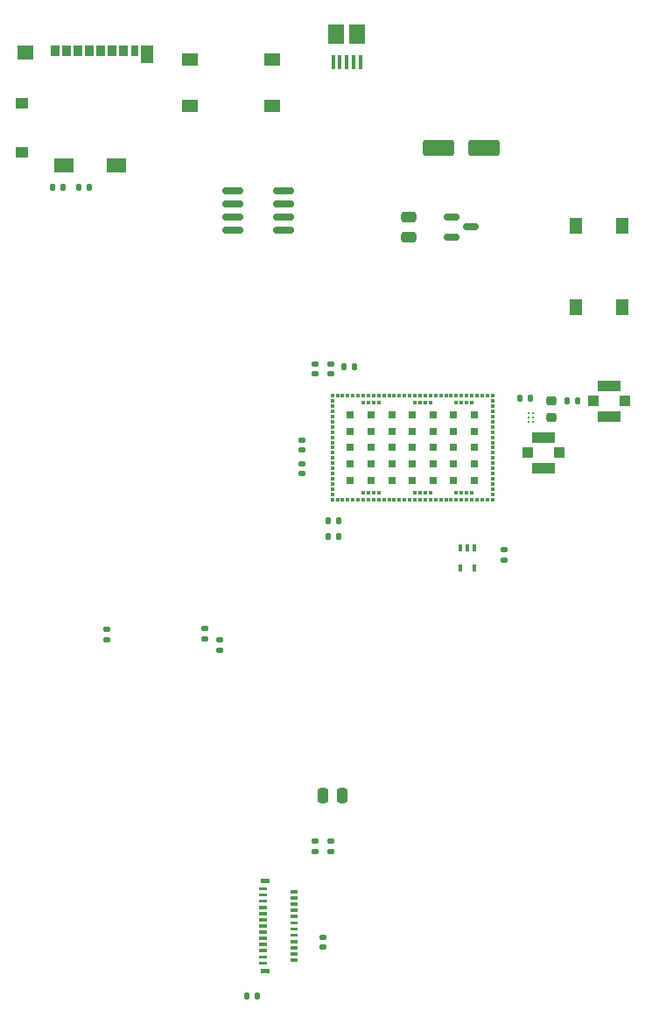
<source format=gbr>
G04 #@! TF.GenerationSoftware,KiCad,Pcbnew,(6.0.0)*
G04 #@! TF.CreationDate,2022-11-06T22:14:04+11:00*
G04 #@! TF.ProjectId,nRF_dev,6e52465f-6465-4762-9e6b-696361645f70,0.0.1*
G04 #@! TF.SameCoordinates,Original*
G04 #@! TF.FileFunction,Paste,Top*
G04 #@! TF.FilePolarity,Positive*
%FSLAX46Y46*%
G04 Gerber Fmt 4.6, Leading zero omitted, Abs format (unit mm)*
G04 Created by KiCad (PCBNEW (6.0.0)) date 2022-11-06 22:14:04*
%MOMM*%
%LPD*%
G01*
G04 APERTURE LIST*
G04 Aperture macros list*
%AMRoundRect*
0 Rectangle with rounded corners*
0 $1 Rounding radius*
0 $2 $3 $4 $5 $6 $7 $8 $9 X,Y pos of 4 corners*
0 Add a 4 corners polygon primitive as box body*
4,1,4,$2,$3,$4,$5,$6,$7,$8,$9,$2,$3,0*
0 Add four circle primitives for the rounded corners*
1,1,$1+$1,$2,$3*
1,1,$1+$1,$4,$5*
1,1,$1+$1,$6,$7*
1,1,$1+$1,$8,$9*
0 Add four rect primitives between the rounded corners*
20,1,$1+$1,$2,$3,$4,$5,0*
20,1,$1+$1,$4,$5,$6,$7,0*
20,1,$1+$1,$6,$7,$8,$9,0*
20,1,$1+$1,$8,$9,$2,$3,0*%
G04 Aperture macros list end*
%ADD10C,0.010000*%
%ADD11RoundRect,0.135000X0.185000X-0.135000X0.185000X0.135000X-0.185000X0.135000X-0.185000X-0.135000X0*%
%ADD12R,0.250000X0.250000*%
%ADD13RoundRect,0.150000X-0.587500X-0.150000X0.587500X-0.150000X0.587500X0.150000X-0.587500X0.150000X0*%
%ADD14R,1.300000X1.550000*%
%ADD15RoundRect,0.150000X-0.825000X-0.150000X0.825000X-0.150000X0.825000X0.150000X-0.825000X0.150000X0*%
%ADD16RoundRect,0.140000X0.140000X0.170000X-0.140000X0.170000X-0.140000X-0.170000X0.140000X-0.170000X0*%
%ADD17R,1.550000X1.300000*%
%ADD18R,0.300000X0.300000*%
%ADD19R,0.800000X0.800000*%
%ADD20RoundRect,0.140000X0.170000X-0.140000X0.170000X0.140000X-0.170000X0.140000X-0.170000X-0.140000X0*%
%ADD21RoundRect,0.218750X-0.256250X0.218750X-0.256250X-0.218750X0.256250X-0.218750X0.256250X0.218750X0*%
%ADD22RoundRect,0.135000X-0.185000X0.135000X-0.185000X-0.135000X0.185000X-0.135000X0.185000X0.135000X0*%
%ADD23RoundRect,0.140000X-0.140000X-0.170000X0.140000X-0.170000X0.140000X0.170000X-0.140000X0.170000X0*%
%ADD24RoundRect,0.250000X1.250000X0.550000X-1.250000X0.550000X-1.250000X-0.550000X1.250000X-0.550000X0*%
%ADD25R,0.400000X1.350000*%
%ADD26R,1.500000X1.900000*%
%ADD27R,0.400000X0.650000*%
%ADD28RoundRect,0.135000X0.135000X0.185000X-0.135000X0.185000X-0.135000X-0.185000X0.135000X-0.185000X0*%
%ADD29RoundRect,0.140000X-0.170000X0.140000X-0.170000X-0.140000X0.170000X-0.140000X0.170000X0.140000X0*%
%ADD30R,0.850000X1.100000*%
%ADD31R,0.750000X1.100000*%
%ADD32R,1.900000X1.350000*%
%ADD33R,1.170000X1.800000*%
%ADD34R,1.550000X1.350000*%
%ADD35R,1.200000X1.000000*%
%ADD36R,1.000000X1.000000*%
%ADD37R,2.200000X1.050000*%
%ADD38RoundRect,0.250000X-0.250000X-0.475000X0.250000X-0.475000X0.250000X0.475000X-0.250000X0.475000X0*%
%ADD39RoundRect,0.250000X0.475000X-0.250000X0.475000X0.250000X-0.475000X0.250000X-0.475000X-0.250000X0*%
G04 APERTURE END LIST*
D10*
X82497000Y-159119000D02*
X82497000Y-159349000D01*
X82497000Y-159349000D02*
X81947000Y-159349000D01*
X81947000Y-159349000D02*
X81947000Y-159119000D01*
X81947000Y-159119000D02*
X82497000Y-159119000D01*
G36*
X82497000Y-159349000D02*
G01*
X81947000Y-159349000D01*
X81947000Y-159119000D01*
X82497000Y-159119000D01*
X82497000Y-159349000D01*
G37*
X82497000Y-159349000D02*
X81947000Y-159349000D01*
X81947000Y-159119000D01*
X82497000Y-159119000D01*
X82497000Y-159349000D01*
X82497000Y-157919000D02*
X82497000Y-158149000D01*
X82497000Y-158149000D02*
X81947000Y-158149000D01*
X81947000Y-158149000D02*
X81947000Y-157919000D01*
X81947000Y-157919000D02*
X82497000Y-157919000D01*
G36*
X82497000Y-158149000D02*
G01*
X81947000Y-158149000D01*
X81947000Y-157919000D01*
X82497000Y-157919000D01*
X82497000Y-158149000D01*
G37*
X82497000Y-158149000D02*
X81947000Y-158149000D01*
X81947000Y-157919000D01*
X82497000Y-157919000D01*
X82497000Y-158149000D01*
X82497000Y-154319000D02*
X82497000Y-154549000D01*
X82497000Y-154549000D02*
X81947000Y-154549000D01*
X81947000Y-154549000D02*
X81947000Y-154319000D01*
X81947000Y-154319000D02*
X82497000Y-154319000D01*
G36*
X82497000Y-154549000D02*
G01*
X81947000Y-154549000D01*
X81947000Y-154319000D01*
X82497000Y-154319000D01*
X82497000Y-154549000D01*
G37*
X82497000Y-154549000D02*
X81947000Y-154549000D01*
X81947000Y-154319000D01*
X82497000Y-154319000D01*
X82497000Y-154549000D01*
X82497000Y-158519000D02*
X82497000Y-158749000D01*
X82497000Y-158749000D02*
X81947000Y-158749000D01*
X81947000Y-158749000D02*
X81947000Y-158519000D01*
X81947000Y-158519000D02*
X82497000Y-158519000D01*
G36*
X82497000Y-158749000D02*
G01*
X81947000Y-158749000D01*
X81947000Y-158519000D01*
X82497000Y-158519000D01*
X82497000Y-158749000D01*
G37*
X82497000Y-158749000D02*
X81947000Y-158749000D01*
X81947000Y-158519000D01*
X82497000Y-158519000D01*
X82497000Y-158749000D01*
X79547000Y-154619000D02*
X79547000Y-154849000D01*
X79547000Y-154849000D02*
X78897000Y-154849000D01*
X78897000Y-154849000D02*
X78897000Y-154619000D01*
X78897000Y-154619000D02*
X79547000Y-154619000D01*
G36*
X79547000Y-154849000D02*
G01*
X78897000Y-154849000D01*
X78897000Y-154619000D01*
X79547000Y-154619000D01*
X79547000Y-154849000D01*
G37*
X79547000Y-154849000D02*
X78897000Y-154849000D01*
X78897000Y-154619000D01*
X79547000Y-154619000D01*
X79547000Y-154849000D01*
X79547000Y-156419000D02*
X79547000Y-156649000D01*
X79547000Y-156649000D02*
X78897000Y-156649000D01*
X78897000Y-156649000D02*
X78897000Y-156419000D01*
X78897000Y-156419000D02*
X79547000Y-156419000D01*
G36*
X79547000Y-156649000D02*
G01*
X78897000Y-156649000D01*
X78897000Y-156419000D01*
X79547000Y-156419000D01*
X79547000Y-156649000D01*
G37*
X79547000Y-156649000D02*
X78897000Y-156649000D01*
X78897000Y-156419000D01*
X79547000Y-156419000D01*
X79547000Y-156649000D01*
X79797000Y-153234000D02*
X79797000Y-153534000D01*
X79797000Y-153534000D02*
X79097000Y-153534000D01*
X79097000Y-153534000D02*
X79097000Y-153234000D01*
X79097000Y-153234000D02*
X79797000Y-153234000D01*
G36*
X79797000Y-153534000D02*
G01*
X79097000Y-153534000D01*
X79097000Y-153234000D01*
X79797000Y-153234000D01*
X79797000Y-153534000D01*
G37*
X79797000Y-153534000D02*
X79097000Y-153534000D01*
X79097000Y-153234000D01*
X79797000Y-153234000D01*
X79797000Y-153534000D01*
X79547000Y-160019000D02*
X79547000Y-160249000D01*
X79547000Y-160249000D02*
X78897000Y-160249000D01*
X78897000Y-160249000D02*
X78897000Y-160019000D01*
X78897000Y-160019000D02*
X79547000Y-160019000D01*
G36*
X79547000Y-160249000D02*
G01*
X78897000Y-160249000D01*
X78897000Y-160019000D01*
X79547000Y-160019000D01*
X79547000Y-160249000D01*
G37*
X79547000Y-160249000D02*
X78897000Y-160249000D01*
X78897000Y-160019000D01*
X79547000Y-160019000D01*
X79547000Y-160249000D01*
X79797000Y-161934000D02*
X79797000Y-162234000D01*
X79797000Y-162234000D02*
X79097000Y-162234000D01*
X79097000Y-162234000D02*
X79097000Y-161934000D01*
X79097000Y-161934000D02*
X79797000Y-161934000D01*
G36*
X79797000Y-162234000D02*
G01*
X79097000Y-162234000D01*
X79097000Y-161934000D01*
X79797000Y-161934000D01*
X79797000Y-162234000D01*
G37*
X79797000Y-162234000D02*
X79097000Y-162234000D01*
X79097000Y-161934000D01*
X79797000Y-161934000D01*
X79797000Y-162234000D01*
X79547000Y-158819000D02*
X79547000Y-159049000D01*
X79547000Y-159049000D02*
X78897000Y-159049000D01*
X78897000Y-159049000D02*
X78897000Y-158819000D01*
X78897000Y-158819000D02*
X79547000Y-158819000D01*
G36*
X79547000Y-159049000D02*
G01*
X78897000Y-159049000D01*
X78897000Y-158819000D01*
X79547000Y-158819000D01*
X79547000Y-159049000D01*
G37*
X79547000Y-159049000D02*
X78897000Y-159049000D01*
X78897000Y-158819000D01*
X79547000Y-158819000D01*
X79547000Y-159049000D01*
X79547000Y-155819000D02*
X79547000Y-156049000D01*
X79547000Y-156049000D02*
X78897000Y-156049000D01*
X78897000Y-156049000D02*
X78897000Y-155819000D01*
X78897000Y-155819000D02*
X79547000Y-155819000D01*
G36*
X79547000Y-156049000D02*
G01*
X78897000Y-156049000D01*
X78897000Y-155819000D01*
X79547000Y-155819000D01*
X79547000Y-156049000D01*
G37*
X79547000Y-156049000D02*
X78897000Y-156049000D01*
X78897000Y-155819000D01*
X79547000Y-155819000D01*
X79547000Y-156049000D01*
X79547000Y-159419000D02*
X79547000Y-159649000D01*
X79547000Y-159649000D02*
X78897000Y-159649000D01*
X78897000Y-159649000D02*
X78897000Y-159419000D01*
X78897000Y-159419000D02*
X79547000Y-159419000D01*
G36*
X79547000Y-159649000D02*
G01*
X78897000Y-159649000D01*
X78897000Y-159419000D01*
X79547000Y-159419000D01*
X79547000Y-159649000D01*
G37*
X79547000Y-159649000D02*
X78897000Y-159649000D01*
X78897000Y-159419000D01*
X79547000Y-159419000D01*
X79547000Y-159649000D01*
X82497000Y-157319000D02*
X82497000Y-157549000D01*
X82497000Y-157549000D02*
X81947000Y-157549000D01*
X81947000Y-157549000D02*
X81947000Y-157319000D01*
X81947000Y-157319000D02*
X82497000Y-157319000D01*
G36*
X82497000Y-157549000D02*
G01*
X81947000Y-157549000D01*
X81947000Y-157319000D01*
X82497000Y-157319000D01*
X82497000Y-157549000D01*
G37*
X82497000Y-157549000D02*
X81947000Y-157549000D01*
X81947000Y-157319000D01*
X82497000Y-157319000D01*
X82497000Y-157549000D01*
X82497000Y-156719000D02*
X82497000Y-156949000D01*
X82497000Y-156949000D02*
X81947000Y-156949000D01*
X81947000Y-156949000D02*
X81947000Y-156719000D01*
X81947000Y-156719000D02*
X82497000Y-156719000D01*
G36*
X82497000Y-156949000D02*
G01*
X81947000Y-156949000D01*
X81947000Y-156719000D01*
X82497000Y-156719000D01*
X82497000Y-156949000D01*
G37*
X82497000Y-156949000D02*
X81947000Y-156949000D01*
X81947000Y-156719000D01*
X82497000Y-156719000D01*
X82497000Y-156949000D01*
X82497000Y-156119000D02*
X82497000Y-156349000D01*
X82497000Y-156349000D02*
X81947000Y-156349000D01*
X81947000Y-156349000D02*
X81947000Y-156119000D01*
X81947000Y-156119000D02*
X82497000Y-156119000D01*
G36*
X82497000Y-156349000D02*
G01*
X81947000Y-156349000D01*
X81947000Y-156119000D01*
X82497000Y-156119000D01*
X82497000Y-156349000D01*
G37*
X82497000Y-156349000D02*
X81947000Y-156349000D01*
X81947000Y-156119000D01*
X82497000Y-156119000D01*
X82497000Y-156349000D01*
X79547000Y-154019000D02*
X79547000Y-154249000D01*
X79547000Y-154249000D02*
X78897000Y-154249000D01*
X78897000Y-154249000D02*
X78897000Y-154019000D01*
X78897000Y-154019000D02*
X79547000Y-154019000D01*
G36*
X79547000Y-154249000D02*
G01*
X78897000Y-154249000D01*
X78897000Y-154019000D01*
X79547000Y-154019000D01*
X79547000Y-154249000D01*
G37*
X79547000Y-154249000D02*
X78897000Y-154249000D01*
X78897000Y-154019000D01*
X79547000Y-154019000D01*
X79547000Y-154249000D01*
X79547000Y-155219000D02*
X79547000Y-155449000D01*
X79547000Y-155449000D02*
X78897000Y-155449000D01*
X78897000Y-155449000D02*
X78897000Y-155219000D01*
X78897000Y-155219000D02*
X79547000Y-155219000D01*
G36*
X79547000Y-155449000D02*
G01*
X78897000Y-155449000D01*
X78897000Y-155219000D01*
X79547000Y-155219000D01*
X79547000Y-155449000D01*
G37*
X79547000Y-155449000D02*
X78897000Y-155449000D01*
X78897000Y-155219000D01*
X79547000Y-155219000D01*
X79547000Y-155449000D01*
X82497000Y-155519000D02*
X82497000Y-155749000D01*
X82497000Y-155749000D02*
X81947000Y-155749000D01*
X81947000Y-155749000D02*
X81947000Y-155519000D01*
X81947000Y-155519000D02*
X82497000Y-155519000D01*
G36*
X82497000Y-155749000D02*
G01*
X81947000Y-155749000D01*
X81947000Y-155519000D01*
X82497000Y-155519000D01*
X82497000Y-155749000D01*
G37*
X82497000Y-155749000D02*
X81947000Y-155749000D01*
X81947000Y-155519000D01*
X82497000Y-155519000D01*
X82497000Y-155749000D01*
X79547000Y-157619000D02*
X79547000Y-157849000D01*
X79547000Y-157849000D02*
X78897000Y-157849000D01*
X78897000Y-157849000D02*
X78897000Y-157619000D01*
X78897000Y-157619000D02*
X79547000Y-157619000D01*
G36*
X79547000Y-157849000D02*
G01*
X78897000Y-157849000D01*
X78897000Y-157619000D01*
X79547000Y-157619000D01*
X79547000Y-157849000D01*
G37*
X79547000Y-157849000D02*
X78897000Y-157849000D01*
X78897000Y-157619000D01*
X79547000Y-157619000D01*
X79547000Y-157849000D01*
X79547000Y-158219000D02*
X79547000Y-158449000D01*
X79547000Y-158449000D02*
X78897000Y-158449000D01*
X78897000Y-158449000D02*
X78897000Y-158219000D01*
X78897000Y-158219000D02*
X79547000Y-158219000D01*
G36*
X79547000Y-158449000D02*
G01*
X78897000Y-158449000D01*
X78897000Y-158219000D01*
X79547000Y-158219000D01*
X79547000Y-158449000D01*
G37*
X79547000Y-158449000D02*
X78897000Y-158449000D01*
X78897000Y-158219000D01*
X79547000Y-158219000D01*
X79547000Y-158449000D01*
X82497000Y-154919000D02*
X82497000Y-155149000D01*
X82497000Y-155149000D02*
X81947000Y-155149000D01*
X81947000Y-155149000D02*
X81947000Y-154919000D01*
X81947000Y-154919000D02*
X82497000Y-154919000D01*
G36*
X82497000Y-155149000D02*
G01*
X81947000Y-155149000D01*
X81947000Y-154919000D01*
X82497000Y-154919000D01*
X82497000Y-155149000D01*
G37*
X82497000Y-155149000D02*
X81947000Y-155149000D01*
X81947000Y-154919000D01*
X82497000Y-154919000D01*
X82497000Y-155149000D01*
X79547000Y-157019000D02*
X79547000Y-157249000D01*
X79547000Y-157249000D02*
X78897000Y-157249000D01*
X78897000Y-157249000D02*
X78897000Y-157019000D01*
X78897000Y-157019000D02*
X79547000Y-157019000D01*
G36*
X79547000Y-157249000D02*
G01*
X78897000Y-157249000D01*
X78897000Y-157019000D01*
X79547000Y-157019000D01*
X79547000Y-157249000D01*
G37*
X79547000Y-157249000D02*
X78897000Y-157249000D01*
X78897000Y-157019000D01*
X79547000Y-157019000D01*
X79547000Y-157249000D01*
X82497000Y-159719000D02*
X82497000Y-159949000D01*
X82497000Y-159949000D02*
X81947000Y-159949000D01*
X81947000Y-159949000D02*
X81947000Y-159719000D01*
X81947000Y-159719000D02*
X82497000Y-159719000D01*
G36*
X82497000Y-159949000D02*
G01*
X81947000Y-159949000D01*
X81947000Y-159719000D01*
X82497000Y-159719000D01*
X82497000Y-159949000D01*
G37*
X82497000Y-159949000D02*
X81947000Y-159949000D01*
X81947000Y-159719000D01*
X82497000Y-159719000D01*
X82497000Y-159949000D01*
X79547000Y-160619000D02*
X79547000Y-160849000D01*
X79547000Y-160849000D02*
X78897000Y-160849000D01*
X78897000Y-160849000D02*
X78897000Y-160619000D01*
X78897000Y-160619000D02*
X79547000Y-160619000D01*
G36*
X79547000Y-160849000D02*
G01*
X78897000Y-160849000D01*
X78897000Y-160619000D01*
X79547000Y-160619000D01*
X79547000Y-160849000D01*
G37*
X79547000Y-160849000D02*
X78897000Y-160849000D01*
X78897000Y-160619000D01*
X79547000Y-160619000D01*
X79547000Y-160849000D01*
X79547000Y-161219000D02*
X79547000Y-161449000D01*
X79547000Y-161449000D02*
X78897000Y-161449000D01*
X78897000Y-161449000D02*
X78897000Y-161219000D01*
X78897000Y-161219000D02*
X79547000Y-161219000D01*
G36*
X79547000Y-161449000D02*
G01*
X78897000Y-161449000D01*
X78897000Y-161219000D01*
X79547000Y-161219000D01*
X79547000Y-161449000D01*
G37*
X79547000Y-161449000D02*
X78897000Y-161449000D01*
X78897000Y-161219000D01*
X79547000Y-161219000D01*
X79547000Y-161449000D01*
X82497000Y-160319000D02*
X82497000Y-160549000D01*
X82497000Y-160549000D02*
X81947000Y-160549000D01*
X81947000Y-160549000D02*
X81947000Y-160319000D01*
X81947000Y-160319000D02*
X82497000Y-160319000D01*
G36*
X82497000Y-160549000D02*
G01*
X81947000Y-160549000D01*
X81947000Y-160319000D01*
X82497000Y-160319000D01*
X82497000Y-160549000D01*
G37*
X82497000Y-160549000D02*
X81947000Y-160549000D01*
X81947000Y-160319000D01*
X82497000Y-160319000D01*
X82497000Y-160549000D01*
X82497000Y-160919000D02*
X82497000Y-161149000D01*
X82497000Y-161149000D02*
X81947000Y-161149000D01*
X81947000Y-161149000D02*
X81947000Y-160919000D01*
X81947000Y-160919000D02*
X82497000Y-160919000D01*
G36*
X82497000Y-161149000D02*
G01*
X81947000Y-161149000D01*
X81947000Y-160919000D01*
X82497000Y-160919000D01*
X82497000Y-161149000D01*
G37*
X82497000Y-161149000D02*
X81947000Y-161149000D01*
X81947000Y-160919000D01*
X82497000Y-160919000D01*
X82497000Y-161149000D01*
D11*
X73660000Y-130050000D03*
X73660000Y-129030000D03*
D12*
X105010000Y-108200000D03*
X105010000Y-108600000D03*
X105010000Y-109000000D03*
X105410000Y-109000000D03*
X105410000Y-108600000D03*
X105410000Y-108200000D03*
D13*
X97528500Y-89220000D03*
X97528500Y-91120000D03*
X99403500Y-90170000D03*
D14*
X114010000Y-90005000D03*
X114010000Y-97955000D03*
X109510000Y-97955000D03*
X109510000Y-90005000D03*
D15*
X76325000Y-86695000D03*
X76325000Y-87965000D03*
X76325000Y-89235000D03*
X76325000Y-90505000D03*
X81275000Y-90505000D03*
X81275000Y-89235000D03*
X81275000Y-87965000D03*
X81275000Y-86695000D03*
D16*
X105128000Y-106757000D03*
X104168000Y-106757000D03*
D17*
X80175000Y-73950000D03*
X72225000Y-73950000D03*
X80175000Y-78450000D03*
X72225000Y-78450000D03*
D11*
X64135000Y-130110000D03*
X64135000Y-129090000D03*
D18*
X85976000Y-106506000D03*
X85976000Y-107006000D03*
X85976000Y-107506000D03*
X85976000Y-108006000D03*
X85976000Y-108506000D03*
X85976000Y-109006000D03*
X85976000Y-109506000D03*
X85976000Y-110006000D03*
X85976000Y-110506000D03*
X85976000Y-111006000D03*
X85976000Y-111506000D03*
X85976000Y-112006000D03*
X85976000Y-112506000D03*
X85976000Y-113006000D03*
X85976000Y-113506000D03*
X85976000Y-114006000D03*
X85976000Y-114506000D03*
X85976000Y-115006000D03*
X85976000Y-115506000D03*
X85976000Y-116006000D03*
X85976000Y-116506000D03*
X86476000Y-116506000D03*
X86976000Y-116506000D03*
X87476000Y-116506000D03*
X87976000Y-116506000D03*
X88476000Y-116506000D03*
X88976000Y-116506000D03*
X89476000Y-116506000D03*
X89976000Y-116506000D03*
X90476000Y-116506000D03*
X90976000Y-116506000D03*
X91476000Y-116506000D03*
X91976000Y-116506000D03*
X92476000Y-116506000D03*
X92976000Y-116506000D03*
X93476000Y-116506000D03*
X93976000Y-116506000D03*
X94476000Y-116506000D03*
X94976000Y-116506000D03*
X95476000Y-116506000D03*
X95976000Y-116506000D03*
X96476000Y-116506000D03*
X96976000Y-116506000D03*
X97476000Y-116506000D03*
X97976000Y-116506000D03*
X98476000Y-116506000D03*
X98976000Y-116506000D03*
X99476000Y-116506000D03*
X99976000Y-116506000D03*
X100476000Y-116506000D03*
X100976000Y-116506000D03*
X101476000Y-116506000D03*
X101476000Y-116006000D03*
X101476000Y-115506000D03*
X101476000Y-115006000D03*
X101476000Y-114506000D03*
X101476000Y-114006000D03*
X101476000Y-113506000D03*
X101476000Y-113006000D03*
X101476000Y-112506000D03*
X101476000Y-112006000D03*
X101476000Y-111506000D03*
X101476000Y-111006000D03*
X101476000Y-110506000D03*
X101476000Y-110006000D03*
X101476000Y-109506000D03*
X101476000Y-109006000D03*
X101476000Y-108506000D03*
X101476000Y-108006000D03*
X101476000Y-107506000D03*
X101476000Y-107006000D03*
X101476000Y-106506000D03*
X100976000Y-106506000D03*
X100476000Y-106506000D03*
X99976000Y-106506000D03*
X99476000Y-106506000D03*
X98976000Y-106506000D03*
X98476000Y-106506000D03*
X97976000Y-106506000D03*
X97476000Y-106506000D03*
X96976000Y-106506000D03*
X96476000Y-106506000D03*
X95976000Y-106506000D03*
X95476000Y-106506000D03*
X94976000Y-106506000D03*
X94476000Y-106506000D03*
X93976000Y-106506000D03*
X93476000Y-106506000D03*
X92976000Y-106506000D03*
X92476000Y-106506000D03*
X91976000Y-106506000D03*
X91476000Y-106506000D03*
X90976000Y-106506000D03*
X90476000Y-106506000D03*
X89976000Y-106506000D03*
X89476000Y-106506000D03*
X88976000Y-106506000D03*
X88476000Y-106506000D03*
X87976000Y-106506000D03*
X87476000Y-106506000D03*
X86976000Y-106506000D03*
X86476000Y-106506000D03*
D19*
X89726000Y-109906000D03*
X93726000Y-113106000D03*
X89726000Y-111506000D03*
X99726000Y-113106000D03*
X99726000Y-108306000D03*
X93726000Y-109906000D03*
X97726000Y-113106000D03*
X91726000Y-113106000D03*
X87726000Y-111506000D03*
X93726000Y-108306000D03*
X95726000Y-113106000D03*
X95726000Y-109906000D03*
X95726000Y-108306000D03*
X89726000Y-113106000D03*
X87726000Y-114706000D03*
X97726000Y-108306000D03*
X89726000Y-108306000D03*
X91726000Y-114706000D03*
X87726000Y-109906000D03*
X97726000Y-109906000D03*
X99726000Y-114706000D03*
X99726000Y-109906000D03*
X87726000Y-113106000D03*
X91726000Y-108306000D03*
X93726000Y-111506000D03*
X93726000Y-114706000D03*
X95726000Y-111506000D03*
X99726000Y-111506000D03*
X97726000Y-111506000D03*
X95726000Y-114706000D03*
X91726000Y-109906000D03*
X89726000Y-114706000D03*
X91726000Y-111506000D03*
X97726000Y-114706000D03*
X87726000Y-108306000D03*
D18*
X88976000Y-115856000D03*
X89476000Y-115856000D03*
X89976000Y-115856000D03*
X90476000Y-115856000D03*
X93976000Y-115856000D03*
X94476000Y-115856000D03*
X94976000Y-115856000D03*
X95476000Y-115856000D03*
X97976000Y-115856000D03*
X98476000Y-115856000D03*
X98976000Y-115856000D03*
X99476000Y-115856000D03*
X99476000Y-107156000D03*
X98976000Y-107156000D03*
X98476000Y-107156000D03*
X97976000Y-107156000D03*
X95476000Y-107156000D03*
X94976000Y-107156000D03*
X94476000Y-107156000D03*
X93976000Y-107156000D03*
X90476000Y-107156000D03*
X89976000Y-107156000D03*
X89476000Y-107156000D03*
X88976000Y-107156000D03*
D16*
X109700000Y-107011000D03*
X108740000Y-107011000D03*
D20*
X85090000Y-159824000D03*
X85090000Y-158864000D03*
D21*
X107188000Y-106985500D03*
X107188000Y-108560500D03*
D22*
X84328000Y-149604000D03*
X84328000Y-150624000D03*
D23*
X77752000Y-164592000D03*
X78712000Y-164592000D03*
D24*
X100666000Y-82550000D03*
X96266000Y-82550000D03*
D16*
X86586000Y-118618000D03*
X85626000Y-118618000D03*
D25*
X88676000Y-74192500D03*
X88026000Y-74192500D03*
X87376000Y-74192500D03*
X86726000Y-74192500D03*
X86076000Y-74192500D03*
D26*
X86376000Y-71492500D03*
X88376000Y-71492500D03*
D27*
X99710000Y-121224000D03*
X99060000Y-121224000D03*
X98410000Y-121224000D03*
X98410000Y-123124000D03*
X99710000Y-123124000D03*
D22*
X85852000Y-149604000D03*
X85852000Y-150624000D03*
D28*
X88140000Y-103700000D03*
X87120000Y-103700000D03*
D16*
X62456000Y-86360000D03*
X61496000Y-86360000D03*
D11*
X75100000Y-131110000D03*
X75100000Y-130090000D03*
D29*
X85852000Y-103406000D03*
X85852000Y-104366000D03*
D30*
X59196000Y-73127500D03*
X60296000Y-73127500D03*
X61396000Y-73127500D03*
X62496000Y-73127500D03*
X63596000Y-73127500D03*
X64696000Y-73127500D03*
X65796000Y-73127500D03*
D31*
X66846000Y-73127500D03*
D32*
X59981000Y-84227500D03*
D33*
X68046000Y-73477500D03*
D32*
X65101000Y-84227500D03*
D34*
X56306000Y-73252500D03*
D35*
X55921000Y-82927500D03*
X55921000Y-78227500D03*
D23*
X85626000Y-120142000D03*
X86586000Y-120142000D03*
D36*
X111276000Y-107011000D03*
D37*
X112776000Y-108486000D03*
X112776000Y-105536000D03*
D36*
X114276000Y-107011000D03*
D38*
X85050000Y-145200000D03*
X86950000Y-145200000D03*
D20*
X83058000Y-111732000D03*
X83058000Y-110772000D03*
D29*
X84328000Y-103406000D03*
X84328000Y-104366000D03*
D28*
X59946000Y-86360000D03*
X58926000Y-86360000D03*
D36*
X104926000Y-112000000D03*
X107926000Y-112000000D03*
D37*
X106426000Y-110525000D03*
X106426000Y-113475000D03*
D20*
X83058000Y-114018000D03*
X83058000Y-113058000D03*
D29*
X102575000Y-121389000D03*
X102575000Y-122349000D03*
D39*
X93386000Y-91120000D03*
X93386000Y-89220000D03*
M02*

</source>
